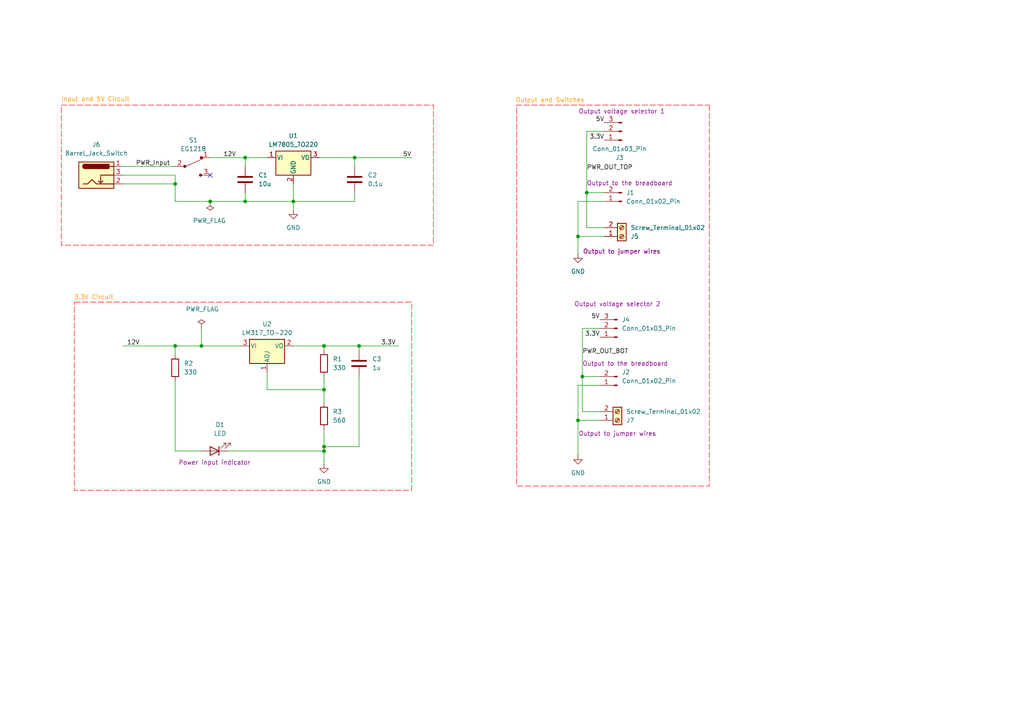
<source format=kicad_sch>
(kicad_sch (version 20250114) (generator "eeschema") (generator_version "9.0")
  (paper "A4")
  (title_block (title "BreadBoard Power Supply") (date "2026-01-29") (rev "1"))
  (lib_symbols
    (symbol "Connector:Barrel_Jack_Switch" (pin_names (hide yes))
      (property "Reference" "J" (at 0 5.334 0))
      (property "Value" "Barrel_Jack_Switch" (at 0 -5.08 0))
      (symbol "Barrel_Jack_Switch_0_1"
        (rectangle (start -5.08 3.81) (end 5.08 -3.81) (stroke (width 0.254)) (fill (type background)))
        (polyline (pts (xy -3.81 -2.54) (xy -2.54 -2.54) (xy -1.27 -1.27) (xy 0 -2.54) (xy 2.54 -2.54) (xy 5.08 -2.54)) (stroke (width 0.254)))
        (arc (start -3.302 1.905) (mid -3.9343 2.54) (end -3.302 3.175) (stroke (width 0.254)))
        (arc (start -3.302 1.905) (mid -3.9343 2.54) (end -3.302 3.175) (stroke (width 0.254)) (fill (type outline)))
        (polyline (pts (xy 1.27 -2.286) (xy 1.905 -1.651)) (stroke (width 0.254)))
        (rectangle (start 3.683 3.175) (end -3.302 1.905) (stroke (width 0.254)) (fill (type outline)))
        (polyline (pts (xy 5.08 2.54) (xy 3.81 2.54)) (stroke (width 0.254)))
        (polyline (pts (xy 5.08 0) (xy 1.27 0) (xy 1.27 -2.286) (xy 0.635 -1.651)) (stroke (width 0.254)))
      )
      (symbol "Barrel_Jack_Switch_1_1"
        (pin passive line (at 7.62 2.54 180) (length 2.54) (name "~") (number "1"))
        (pin passive line (at 7.62 0 180) (length 2.54) (name "~") (number "3"))
        (pin passive line (at 7.62 -2.54 180) (length 2.54) (name "~") (number "2"))
      )
    )
    (symbol "Connector:Conn_01x02_Pin" (pin_names (offset 1.016) (hide yes))
      (property "Reference" "J" (at 0 2.54 0))
      (property "Value" "Conn_01x02_Pin" (at 0 -5.08 0))
      (symbol "Conn_01x02_Pin_1_1"
        (rectangle (start 0.8636 0.127) (end 0 -0.127) (stroke (width 0.1524)) (fill (type outline)))
        (rectangle (start 0.8636 -2.413) (end 0 -2.667) (stroke (width 0.1524)) (fill (type outline)))
        (polyline (pts (xy 1.27 0) (xy 0.8636 0)) (stroke (width 0.1524)))
        (polyline (pts (xy 1.27 -2.54) (xy 0.8636 -2.54)) (stroke (width 0.1524)))
        (pin passive line (at 5.08 0 180) (length 3.81) (name "Pin_1") (number "1"))
        (pin passive line (at 5.08 -2.54 180) (length 3.81) (name "Pin_2") (number "2"))
      )
    )
    (symbol "Connector:Conn_01x03_Pin" (pin_names (offset 1.016) (hide yes))
      (property "Reference" "J" (at 0 5.08 0))
      (property "Value" "Conn_01x03_Pin" (at 0 -5.08 0))
      (symbol "Conn_01x03_Pin_1_1"
        (rectangle (start 0.8636 2.667) (end 0 2.413) (stroke (width 0.1524)) (fill (type outline)))
        (rectangle (start 0.8636 0.127) (end 0 -0.127) (stroke (width 0.1524)) (fill (type outline)))
        (rectangle (start 0.8636 -2.413) (end 0 -2.667) (stroke (width 0.1524)) (fill (type outline)))
        (polyline (pts (xy 1.27 2.54) (xy 0.8636 2.54)) (stroke (width 0.1524)))
        (polyline (pts (xy 1.27 0) (xy 0.8636 0)) (stroke (width 0.1524)))
        (polyline (pts (xy 1.27 -2.54) (xy 0.8636 -2.54)) (stroke (width 0.1524)))
        (pin passive line (at 5.08 2.54 180) (length 3.81) (name "Pin_1") (number "1"))
        (pin passive line (at 5.08 0 180) (length 3.81) (name "Pin_2") (number "2"))
        (pin passive line (at 5.08 -2.54 180) (length 3.81) (name "Pin_3") (number "3"))
      )
    )
    (symbol "Connector:Screw_Terminal_01x02" (pin_names (offset 1.016) (hide yes))
      (property "Reference" "J" (at 0 2.54 0))
      (property "Value" "Screw_Terminal_01x02" (at 0 -5.08 0))
      (symbol "Screw_Terminal_01x02_1_1"
        (rectangle (start -1.27 1.27) (end 1.27 -3.81) (stroke (width 0.254)) (fill (type background)))
        (polyline (pts (xy -0.5334 0.3302) (xy 0.3302 -0.508)) (stroke (width 0.1524)))
        (polyline (pts (xy -0.5334 -2.2098) (xy 0.3302 -3.048)) (stroke (width 0.1524)))
        (polyline (pts (xy -0.3556 0.508) (xy 0.508 -0.3302)) (stroke (width 0.1524)))
        (polyline (pts (xy -0.3556 -2.032) (xy 0.508 -2.8702)) (stroke (width 0.1524)))
        (circle (center 0 0) (radius 0.635) (stroke (width 0.1524)))
        (circle (center 0 -2.54) (radius 0.635) (stroke (width 0.1524)))
        (pin passive line (at -5.08 0 0) (length 3.81) (name "Pin_1") (number "1"))
        (pin passive line (at -5.08 -2.54 0) (length 3.81) (name "Pin_2") (number "2"))
      )
    )
    (symbol "Device:C" (pin_numbers (hide yes)) (pin_names (offset 0.254))
      (property "Reference" "C" (at 0.635 2.54 0))
      (property "Value" "C" (at 0.635 -2.54 0))
      (symbol "C_0_1"
        (polyline (pts (xy -2.032 0.762) (xy 2.032 0.762)) (stroke (width 0.508)))
        (polyline (pts (xy -2.032 -0.762) (xy 2.032 -0.762)) (stroke (width 0.508)))
      )
      (symbol "C_1_1"
        (pin passive line (at 0 3.81 270) (length 2.794) (name "~") (number "1"))
        (pin passive line (at 0 -3.81 90) (length 2.794) (name "~") (number "2"))
      )
    )
    (symbol "Device:LED" (pin_numbers (hide yes)) (pin_names (offset 1.016) (hide yes))
      (property "Reference" "D" (at 0 2.54 0))
      (property "Value" "LED" (at 0 -2.54 0))
      (symbol "LED_0_1"
        (polyline (pts (xy -3.048 -0.762) (xy -4.572 -2.286) (xy -3.81 -2.286) (xy -4.572 -2.286) (xy -4.572 -1.524)))
        (polyline (pts (xy -1.778 -0.762) (xy -3.302 -2.286) (xy -2.54 -2.286) (xy -3.302 -2.286) (xy -3.302 -1.524)))
        (polyline (pts (xy -1.27 0) (xy 1.27 0)))
        (polyline (pts (xy -1.27 -1.27) (xy -1.27 1.27)) (stroke (width 0.254)))
        (polyline (pts (xy 1.27 -1.27) (xy 1.27 1.27) (xy -1.27 0) (xy 1.27 -1.27)) (stroke (width 0.254)))
      )
      (symbol "LED_1_1"
        (pin passive line (at -3.81 0 0) (length 2.54) (name "K") (number "1"))
        (pin passive line (at 3.81 0 180) (length 2.54) (name "A") (number "2"))
      )
    )
    (symbol "Device:R" (pin_numbers (hide yes)) (pin_names (offset 0))
      (property "Reference" "R" (at 2.032 0 90))
      (property "Value" "R" (at 0 0 90))
      (symbol "R_0_1"
        (rectangle (start -1.016 -2.54) (end 1.016 2.54) (stroke (width 0.254)))
      )
      (symbol "R_1_1"
        (pin passive line (at 0 3.81 270) (length 1.27) (name "~") (number "1"))
        (pin passive line (at 0 -3.81 90) (length 1.27) (name "~") (number "2"))
      )
    )
    (symbol "Regulator_Linear:LM317_TO-220" (pin_names (offset 0.254))
      (property "Reference" "U" (at -3.81 3.175 0))
      (property "Value" "LM317_TO-220" (at 0 3.175 0))
      (symbol "LM317_TO-220_0_1"
        (rectangle (start -5.08 1.905) (end 5.08 -5.08) (stroke (width 0.254)) (fill (type background)))
      )
      (symbol "LM317_TO-220_1_1"
        (pin power_in line (at -7.62 0 0) (length 2.54) (name "VI") (number "3"))
        (pin input line (at 0 -7.62 90) (length 2.54) (name "ADJ") (number "1"))
        (pin power_out line (at 7.62 0 180) (length 2.54) (name "VO") (number "2"))
      )
    )
    (symbol "Regulator_Linear:LM7805_TO220" (pin_names (offset 0.254))
      (property "Reference" "U" (at -3.81 3.175 0))
      (property "Value" "LM7805_TO220" (at 0 3.175 0))
      (symbol "LM7805_TO220_0_1"
        (rectangle (start -5.08 1.905) (end 5.08 -5.08) (stroke (width 0.254)) (fill (type background)))
      )
      (symbol "LM7805_TO220_1_1"
        (pin power_in line (at -7.62 0 0) (length 2.54) (name "VI") (number "1"))
        (pin power_in line (at 0 -7.62 90) (length 2.54) (name "GND") (number "2"))
        (pin power_out line (at 7.62 0 180) (length 2.54) (name "VO") (number "3"))
      )
    )
    (symbol "dk_Slide-Switches:EG1218" (pin_names (offset 0))
      (property "Reference" "S" (at -3.81 2.286 0))
      (property "Value" "EG1218" (at 0 -5.334 0))
      (symbol "EG1218_0_1"
        (circle (center -2.286 0) (radius 0.3556) (fill (type outline)))
        (polyline (pts (xy -2.032 0) (xy 3.048 2.286)))
        (circle (center 2.286 -2.54) (radius 0.3556) (fill (type outline)))
        (circle (center 2.54 2.54) (radius 0.3556) (fill (type outline)))
      )
      (symbol "EG1218_1_1"
        (pin passive line (at -5.08 0 0) (length 2.54) (name "~") (number "2"))
        (pin passive line (at 5.08 2.54 180) (length 2.54) (name "~") (number "1"))
        (pin passive line (at 5.08 -2.54 180) (length 2.54) (name "~") (number "3"))
      )
    )
    (symbol "power:GND" (power) (pin_numbers (hide yes)) (pin_names (offset 0) (hide yes))
      (property "Value" "GND" (at 0 -3.81 0))
      (symbol "GND_0_1"
        (polyline (pts (xy 0 0) (xy 0 -1.27) (xy 1.27 -1.27) (xy 0 -2.54) (xy -1.27 -1.27) (xy 0 -1.27)))
      )
      (symbol "GND_1_1"
        (pin power_in line (at 0 0 270) (length 0) (name "~") (number "1"))
      )
    )
    (symbol "power:PWR_FLAG" (power) (pin_numbers (hide yes)) (pin_names (offset 0) (hide yes))
      (property "Value" "PWR_FLAG" (at 0 3.81 0))
      (symbol "PWR_FLAG_0_0"
        (pin power_out line (at 0 0 90) (length 0) (name "~") (number "1"))
      )
      (symbol "PWR_FLAG_0_1"
        (polyline (pts (xy 0 0) (xy 0 1.27) (xy -1.016 1.905) (xy 0 2.54) (xy 1.016 1.905) (xy 0 1.27)))
      )
    )
  )
  (text "3.3V Circuit" (at 27.178 86.36 0) (effects (font (size 1.27 1.27))))
  (text "Input and 5V Circuit" (at 27.686 28.956 0) (effects (font (size 1.27 1.27))))
  (text "Output and Switches" (at 159.512 29.21 0) (effects (font (size 1.27 1.27))))
  (junction (at 58.42 100.33))
  (junction (at 93.98 130.81))
  (junction (at 50.8 100.33))
  (junction (at 71.12 45.72))
  (junction (at 85.09 58.42))
  (junction (at 50.8 53.34))
  (junction (at 71.12 58.42))
  (junction (at 60.96 58.42))
  (junction (at 167.64 121.92))
  (junction (at 93.98 100.33))
  (junction (at 170.18 55.88))
  (junction (at 102.87 45.72))
  (junction (at 93.98 129.54))
  (junction (at 168.91 109.22))
  (junction (at 104.14 100.33))
  (junction (at 167.64 68.58))
  (junction (at 93.98 113.03))
  (no_connect (at 60.96 50.8))
  (wire (pts (xy 93.98 129.54) (xy 93.98 130.81)))
  (wire (pts (xy 77.47 113.03) (xy 93.98 113.03)))
  (wire (pts (xy 93.98 129.54) (xy 93.98 124.46)))
  (wire (pts (xy 85.09 100.33) (xy 93.98 100.33)))
  (wire (pts (xy 50.8 50.8) (xy 50.8 53.34)))
  (wire (pts (xy 50.8 100.33) (xy 50.8 102.87)))
  (wire (pts (xy 93.98 100.33) (xy 93.98 101.6)))
  (wire (pts (xy 71.12 55.88) (xy 71.12 58.42)))
  (wire (pts (xy 167.64 68.58) (xy 175.26 68.58)))
  (wire (pts (xy 168.91 95.25) (xy 173.99 95.25)))
  (wire (pts (xy 93.98 130.81) (xy 93.98 134.62)))
  (wire (pts (xy 58.42 95.25) (xy 58.42 100.33)))
  (wire (pts (xy 50.8 100.33) (xy 58.42 100.33)))
  (wire (pts (xy 77.47 107.95) (xy 77.47 113.03)))
  (wire (pts (xy 60.96 45.72) (xy 71.12 45.72)))
  (wire (pts (xy 35.56 50.8) (xy 50.8 50.8)))
  (wire (pts (xy 175.26 58.42) (xy 167.64 58.42)))
  (wire (pts (xy 173.99 111.76) (xy 167.64 111.76)))
  (wire (pts (xy 104.14 109.22) (xy 104.14 129.54)))
  (wire (pts (xy 167.64 73.66) (xy 167.64 68.58)))
  (wire (pts (xy 71.12 45.72) (xy 77.47 45.72)))
  (wire (pts (xy 175.26 55.88) (xy 170.18 55.88)))
  (wire (pts (xy 50.8 130.81) (xy 58.42 130.81)))
  (wire (pts (xy 92.71 45.72) (xy 102.87 45.72)))
  (wire (pts (xy 93.98 109.22) (xy 93.98 113.03)))
  (wire (pts (xy 102.87 58.42) (xy 102.87 55.88)))
  (wire (pts (xy 170.18 66.04) (xy 175.26 66.04)))
  (wire (pts (xy 170.18 55.88) (xy 170.18 66.04)))
  (wire (pts (xy 71.12 58.42) (xy 85.09 58.42)))
  (wire (pts (xy 93.98 113.03) (xy 93.98 116.84)))
  (wire (pts (xy 60.96 58.42) (xy 71.12 58.42)))
  (wire (pts (xy 104.14 100.33) (xy 104.14 101.6)))
  (wire (pts (xy 85.09 58.42) (xy 85.09 60.96)))
  (wire (pts (xy 168.91 95.25) (xy 168.91 109.22)))
  (wire (pts (xy 168.91 119.38) (xy 173.99 119.38)))
  (wire (pts (xy 93.98 100.33) (xy 104.14 100.33)))
  (wire (pts (xy 175.26 38.1) (xy 170.18 38.1)))
  (wire (pts (xy 167.64 121.92) (xy 173.99 121.92)))
  (wire (pts (xy 167.64 121.92) (xy 167.64 132.08)))
  (wire (pts (xy 85.09 53.34) (xy 85.09 58.42)))
  (wire (pts (xy 50.8 53.34) (xy 50.8 58.42)))
  (wire (pts (xy 170.18 38.1) (xy 170.18 55.88)))
  (wire (pts (xy 35.56 48.26) (xy 50.8 48.26)))
  (wire (pts (xy 168.91 109.22) (xy 168.91 119.38)))
  (wire (pts (xy 104.14 100.33) (xy 115.57 100.33)))
  (wire (pts (xy 50.8 110.49) (xy 50.8 130.81)))
  (wire (pts (xy 35.56 100.33) (xy 50.8 100.33)))
  (wire (pts (xy 104.14 129.54) (xy 93.98 129.54)))
  (wire (pts (xy 35.56 53.34) (xy 50.8 53.34)))
  (wire (pts (xy 102.87 45.72) (xy 119.38 45.72)))
  (wire (pts (xy 66.04 130.81) (xy 93.98 130.81)))
  (wire (pts (xy 167.64 58.42) (xy 167.64 68.58)))
  (wire (pts (xy 167.64 111.76) (xy 167.64 121.92)))
  (wire (pts (xy 58.42 100.33) (xy 69.85 100.33)))
  (wire (pts (xy 168.91 109.22) (xy 173.99 109.22)))
  (wire (pts (xy 85.09 58.42) (xy 102.87 58.42)))
  (wire (pts (xy 71.12 45.72) (xy 71.12 48.26)))
  (wire (pts (xy 50.8 58.42) (xy 60.96 58.42)))
  (wire (pts (xy 102.87 45.72) (xy 102.87 48.26)))
  (label "3.3V" (at 175.26 40.64 180))
  (label "5V" (at 116.84 45.72 0))
  (label "PWR_OUT_BOT" (at 168.91 102.87 0))
  (label "5V" (at 173.99 92.71 180))
  (label "5V" (at 175.26 35.56 180))
  (label "12V" (at 64.77 45.72 0))
  (label "3.3V" (at 110.49 100.33 0))
  (label "3.3V" (at 173.99 97.79 180))
  (label "12V" (at 36.83 100.33 0))
  (label "PWR_Input" (at 39.37 48.26 0))
  (label "PWR_OUT_TOP" (at 170.18 49.53 0))
  (rule_area (polyline (pts (xy 17.78 30.48) (xy 125.73 30.48) (xy 125.73 71.12) (xy 17.78 71.12)) (stroke (width 0) (type dash))))
  (rule_area (polyline (pts (xy 205.74 30.48) (xy 205.74 140.97) (xy 149.86 140.97) (xy 149.86 30.48) (xy 196.85 30.48)) (stroke (width 0) (type dash))))
  (rule_area (polyline (pts (xy 21.59 87.63) (xy 119.38 87.63) (xy 119.38 142.24) (xy 21.59 142.24)) (stroke (width 0) (type dash))))
  (symbol (lib_id "Connector:Conn_01x02_Pin") (at 180.34 58.42 180) (unit 1)
    (property "Reference" "J1" (at 181.61 55.8799 0) (effects (justify right)))
    (property "Value" "Conn_01x02_Pin" (at 181.61 58.4199 0) (effects (justify right)))
    (property "Footprint" "Connector_PinHeader_2.54mm:PinHeader_1x02_P2.54mm_Vertical" (effects (hide yes)))
    (property "Description" "Generic connector, single row, 01x02, script generated" (effects (hide yes)))
    (property "Purpose" "Output to the breadboard" (at 182.626 53.086 0))
  )
  (symbol (lib_id "Device:C") (at 102.87 52.07 0) (unit 1)
    (property "Reference" "C2" (at 106.68 50.7999 0) (effects (justify left)))
    (property "Value" "0.1u" (at 106.68 53.3399 0) (effects (justify left)))
    (property "Footprint" "Capacitor_THT:C_Disc_D3.0mm_W1.6mm_P2.50mm" (effects (hide yes)))
    (property "Description" "Unpolarized capacitor" (effects (hide yes)))
  )
  (symbol (lib_id "power:GND") (at 93.98 134.62 0) (unit 1)
    (property "Reference" "#PWR02" (effects (hide yes)))
    (property "Value" "GND" (at 93.98 139.7 0))
    (property "Description" "Power symbol creates a global label with name \"GND\" , ground" (effects (hide yes)))
  )
  (symbol (lib_id "Device:C") (at 104.14 105.41 0) (unit 1)
    (property "Reference" "C3" (at 107.95 104.1399 0) (effects (justify left)))
    (property "Value" "1u" (at 107.95 106.6799 0) (effects (justify left)))
    (property "Footprint" "Capacitor_THT:C_Disc_D3.0mm_W1.6mm_P2.50mm" (effects (hide yes)))
    (property "Description" "Unpolarized capacitor" (effects (hide yes)))
  )
  (symbol (lib_id "power:GND") (at 167.64 73.66 0) (unit 1)
    (property "Reference" "#PWR04" (effects (hide yes)))
    (property "Value" "GND" (at 167.64 78.74 0))
    (property "Description" "Power symbol creates a global label with name \"GND\" , ground" (effects (hide yes)))
  )
  (symbol (lib_id "Device:LED") (at 62.23 130.81 180) (unit 1)
    (property "Reference" "D1" (at 63.8175 123.19 0))
    (property "Value" "LED" (at 63.8175 125.73 0))
    (property "Footprint" "LED_THT:LED_D5.0mm" (effects (hide yes)))
    (property "Description" "Light emitting diode" (effects (hide yes)))
    (property "Sim.Pins" "1=K 2=A" (effects (hide yes)))
    (property "Purpose" "Power input indicator" (at 62.23 134.112 0))
  )
  (symbol (lib_id "dk_Slide-Switches:EG1218") (at 55.88 48.26 0) (unit 1)
    (property "Reference" "S1" (at 56.0832 40.64 0))
    (property "Value" "EG1218" (at 56.0832 43.18 0))
    (property "Footprint" "digikey-footprints:Switch_Slide_11.6x4mm_EG1218" (effects (hide yes)))
    (property "Datasheet" "http://spec_sheets.e-switch.com/specs/P040040.pdf" (effects (hide yes)))
    (property "Description" "SWITCH SLIDE SPDT 200MA 30V" (effects (hide yes)))
    (property "Digi-Key_PN" "EG1903-ND" (effects (hide yes)))
    (property "MPN" "EG1218" (effects (hide yes)))
    (property "Category" "Switches" (effects (hide yes)))
    (property "Family" "Slide Switches" (effects (hide yes)))
    (property "DK_Datasheet_Link" "http://spec_sheets.e-switch.com/specs/P040040.pdf" (effects (hide yes)))
    (property "DK_Detail_Page" "/product-detail/en/e-switch/EG1218/EG1903-ND/101726" (effects (hide yes)))
    (property "Description_1" "SWITCH SLIDE SPDT 200MA 30V" (effects (hide yes)))
    (property "Manufacturer" "E-Switch" (effects (hide yes)))
    (property "Status" "Active" (effects (hide yes)))
  )
  (symbol (lib_id "Device:R") (at 93.98 105.41 180) (unit 1)
    (property "Reference" "R1" (at 96.52 104.1399 0) (effects (justify right)))
    (property "Value" "330" (at 96.52 106.6799 0) (effects (justify right)))
    (property "Footprint" "Resistor_THT:R_Axial_DIN0204_L3.6mm_D1.6mm_P7.62mm_Horizontal" (effects (hide yes)))
    (property "Description" "Resistor" (effects (hide yes)))
  )
  (symbol (lib_id "power:GND") (at 167.64 132.08 0) (unit 1)
    (property "Reference" "#PWR03" (effects (hide yes)))
    (property "Value" "GND" (at 167.64 137.16 0))
    (property "Description" "Power symbol creates a global label with name \"GND\" , ground" (effects (hide yes)))
  )
  (symbol (lib_id "Device:R") (at 93.98 120.65 180) (unit 1)
    (property "Reference" "R3" (at 96.52 119.3799 0) (effects (justify right)))
    (property "Value" "560" (at 96.52 121.9199 0) (effects (justify right)))
    (property "Footprint" "Resistor_THT:R_Axial_DIN0204_L3.6mm_D1.6mm_P7.62mm_Horizontal" (effects (hide yes)))
    (property "Description" "Resistor" (effects (hide yes)))
  )
  (symbol (lib_id "Connector:Screw_Terminal_01x02") (at 179.07 121.92 0) (mirror x) (unit 1)
    (property "Reference" "J7" (at 181.61 121.9201 0) (effects (justify left)))
    (property "Value" "Screw_Terminal_01x02" (at 181.61 119.3801 0) (effects (justify left)))
    (property "Footprint" "TerminalBlock:TerminalBlock_bornier-2_P5.08mm" (effects (hide yes)))
    (property "Description" "Generic screw terminal, single row, 01x02, script generated (kicad-library-utils/schlib/autogen/connector/)" (effects (hide yes)))
    (property "Purpose" "Output to jumper wires" (at 179.07 125.73 0))
  )
  (symbol (lib_id "Regulator_Linear:LM7805_TO220") (at 85.09 45.72 0) (unit 1)
    (property "Reference" "U1" (at 85.09 39.37 0))
    (property "Value" "LM7805_TO220" (at 85.09 41.91 0))
    (property "Footprint" "Package_TO_SOT_THT:TO-220-3_Vertical" (effects (hide yes)))
    (property "Datasheet" "https://www.onsemi.cn/PowerSolutions/document/MC7800-D.PDF" (effects (hide yes)))
    (property "Description" "Positive 1A 35V Linear Regulator, Fixed Output 5V, TO-220" (effects (hide yes)))
  )
  (symbol (lib_id "Connector:Conn_01x03_Pin") (at 179.07 95.25 180) (unit 1)
    (property "Reference" "J4" (at 180.34 92.7099 0) (effects (justify right)))
    (property "Value" "Conn_01x03_Pin" (at 180.34 95.2499 0) (effects (justify right)))
    (property "Footprint" "Connector_PinHeader_2.54mm:PinHeader_1x03_P2.54mm_Vertical" (effects (hide yes)))
    (property "Description" "Generic connector, single row, 01x03, script generated" (effects (hide yes)))
    (property "Purpose" "Output voltage selector 2" (at 179.07 88.138 0))
  )
  (symbol (lib_id "Connector:Barrel_Jack_Switch") (at 27.94 50.8 0) (unit 1)
    (property "Reference" "J6" (at 27.94 41.91 0))
    (property "Value" "Barrel_Jack_Switch" (at 27.94 44.45 0))
    (property "Footprint" "Connector_BarrelJack:BarrelJack_Horizontal" (effects (hide yes)))
    (property "Description" "DC Barrel Jack with an internal switch" (effects (hide yes)))
  )
  (symbol (lib_id "power:GND") (at 85.09 60.96 0) (unit 1)
    (property "Reference" "#PWR01" (effects (hide yes)))
    (property "Value" "GND" (at 85.09 66.04 0))
    (property "Description" "Power symbol creates a global label with name \"GND\" , ground" (effects (hide yes)))
  )
  (symbol (lib_id "Connector:Screw_Terminal_01x02") (at 180.34 68.58 0) (mirror x) (unit 1)
    (property "Reference" "J5" (at 182.88 68.5801 0) (effects (justify left)))
    (property "Value" "Screw_Terminal_01x02" (at 182.88 66.0401 0) (effects (justify left)))
    (property "Footprint" "TerminalBlock:TerminalBlock_bornier-2_P5.08mm" (effects (hide yes)))
    (property "Description" "Generic screw terminal, single row, 01x02, script generated (kicad-library-utils/schlib/autogen/connector/)" (effects (hide yes)))
    (property "Purpose" "Output to jumper wires" (at 180.34 72.898 0))
  )
  (symbol (lib_id "Device:C") (at 71.12 52.07 0) (unit 1)
    (property "Reference" "C1" (at 74.93 50.7999 0) (effects (justify left)))
    (property "Value" "10u" (at 74.93 53.3399 0) (effects (justify left)))
    (property "Footprint" "Capacitor_THT:C_Disc_D3.0mm_W1.6mm_P2.50mm" (effects (hide yes)))
    (property "Description" "Unpolarized capacitor" (effects (hide yes)))
  )
  (symbol (lib_id "Device:R") (at 50.8 106.68 180) (unit 1)
    (property "Reference" "R2" (at 53.34 105.4099 0) (effects (justify right)))
    (property "Value" "330" (at 53.34 107.9499 0) (effects (justify right)))
    (property "Footprint" "Resistor_THT:R_Axial_DIN0204_L3.6mm_D1.6mm_P7.62mm_Horizontal" (effects (hide yes)))
    (property "Description" "Resistor" (effects (hide yes)))
  )
  (symbol (lib_id "Connector:Conn_01x02_Pin") (at 179.07 111.76 180) (unit 1)
    (property "Reference" "J2" (at 180.34 107.9499 0) (effects (justify right)))
    (property "Value" "Conn_01x02_Pin" (at 180.34 110.4899 0) (effects (justify right)))
    (property "Footprint" "Connector_PinHeader_2.54mm:PinHeader_1x02_P2.54mm_Vertical" (effects (hide yes)))
    (property "Description" "Generic connector, single row, 01x02, script generated" (effects (hide yes)))
    (property "Purpose" "Output to the breadboard" (at 168.91 105.41 0) (effects (justify right)))
  )
  (symbol (lib_id "power:PWR_FLAG") (at 60.96 58.42 180) (unit 1)
    (property "Reference" "#FLG01" (effects (hide yes)))
    (property "Value" "PWR_FLAG" (at 60.706 64.008 0))
    (property "Description" "Special symbol for telling ERC where power comes from" (effects (hide yes)))
  )
  (symbol (lib_id "Regulator_Linear:LM317_TO-220") (at 77.47 100.33 0) (unit 1)
    (property "Reference" "U2" (at 77.47 93.98 0))
    (property "Value" "LM317_TO-220" (at 77.47 96.52 0))
    (property "Footprint" "Package_TO_SOT_THT:TO-220-3_Vertical" (effects (hide yes)))
    (property "Datasheet" "http://www.ti.com/lit/ds/symlink/lm317.pdf" (effects (hide yes)))
    (property "Description" "1.5A 35V Adjustable Linear Regulator, TO-220" (effects (hide yes)))
  )
  (symbol (lib_id "power:PWR_FLAG") (at 58.42 95.25 0) (unit 1)
    (property "Reference" "#FLG02" (effects (hide yes)))
    (property "Value" "PWR_FLAG" (at 58.674 89.662 0))
    (property "Description" "Special symbol for telling ERC where power comes from" (effects (hide yes)))
  )
  (symbol (lib_id "Connector:Conn_01x03_Pin") (at 180.34 38.1 180) (unit 1)
    (property "Reference" "J3" (at 179.705 45.72 0))
    (property "Value" "Conn_01x03_Pin" (at 179.705 43.18 0))
    (property "Footprint" "Connector_PinHeader_2.54mm:PinHeader_1x03_P2.54mm_Vertical" (effects (hide yes)))
    (property "Description" "Generic connector, single row, 01x03, script generated" (effects (hide yes)))
    (property "Purpose" "Output voltage selector 1" (at 180.34 32.258 0))
  )
)
</source>
